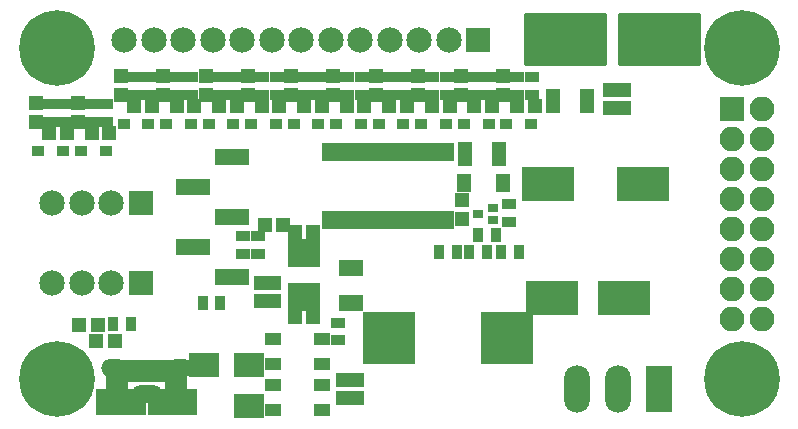
<source format=gts>
G04 #@! TF.FileFunction,Soldermask,Top*
%FSLAX46Y46*%
G04 Gerber Fmt 4.6, Leading zero omitted, Abs format (unit mm)*
G04 Created by KiCad (PCBNEW 4.0.7) date 02/25/18 23:04:30*
%MOMM*%
%LPD*%
G01*
G04 APERTURE LIST*
%ADD10C,0.100000*%
%ADD11R,2.150000X2.150000*%
%ADD12C,2.150000*%
%ADD13C,6.400000*%
%ADD14R,1.200000X1.150000*%
%ADD15R,1.150000X1.200000*%
%ADD16R,2.000000X1.400000*%
%ADD17R,4.400000X2.900000*%
%ADD18R,1.200000X1.200000*%
%ADD19R,1.300000X1.600000*%
%ADD20R,1.000000X0.850000*%
%ADD21R,0.850000X1.780000*%
%ADD22R,1.875000X2.500000*%
%ADD23R,2.775000X2.300000*%
%ADD24R,1.575000X2.300000*%
%ADD25R,1.300000X2.100000*%
%ADD26R,2.500000X2.100000*%
%ADD27R,0.910000X0.800000*%
%ADD28R,0.900000X1.300000*%
%ADD29R,1.300000X0.900000*%
%ADD30R,0.685000X1.500000*%
%ADD31R,2.800000X2.400000*%
%ADD32R,2.910000X1.400000*%
%ADD33R,2.200000X4.000000*%
%ADD34O,2.200000X4.000000*%
%ADD35R,0.850000X1.900000*%
%ADD36O,2.200000X1.500000*%
%ADD37O,2.600000X1.500000*%
%ADD38R,1.450000X1.050000*%
%ADD39R,4.400000X4.400000*%
%ADD40R,2.100000X2.100000*%
%ADD41O,2.100000X2.100000*%
%ADD42C,0.254000*%
G04 APERTURE END LIST*
D10*
D11*
X179200000Y-52800000D03*
D12*
X176700000Y-52800000D03*
X174200000Y-52800000D03*
X171700000Y-52800000D03*
X169200000Y-52800000D03*
X166700000Y-52800000D03*
X164200000Y-52800000D03*
X161700000Y-52800000D03*
X159200000Y-52800000D03*
X156700000Y-52800000D03*
X154200000Y-52800000D03*
X151700000Y-52800000D03*
X149200000Y-52800000D03*
D13*
X201500000Y-81500000D03*
X201500000Y-53500000D03*
X143500000Y-53500000D03*
D14*
X165150000Y-69100000D03*
X163650000Y-69100000D03*
X165150000Y-76300000D03*
X163650000Y-76300000D03*
X161150000Y-68500000D03*
X162650000Y-68500000D03*
D15*
X160800000Y-73400000D03*
X160800000Y-74900000D03*
X161900000Y-73400000D03*
X161900000Y-74900000D03*
D14*
X182450000Y-58400000D03*
X183950000Y-58400000D03*
X178850000Y-58400000D03*
X180350000Y-58400000D03*
X175250000Y-58400000D03*
X176750000Y-58400000D03*
X171650000Y-58400000D03*
X173150000Y-58400000D03*
X168050000Y-58400000D03*
X169550000Y-58400000D03*
X164450000Y-58400000D03*
X165950000Y-58400000D03*
X160850000Y-58400000D03*
X162350000Y-58400000D03*
X157250000Y-58400000D03*
X158750000Y-58400000D03*
X153650000Y-58400000D03*
X155150000Y-58400000D03*
X150050000Y-58400000D03*
X151550000Y-58400000D03*
X146450000Y-60700000D03*
X147950000Y-60700000D03*
X142850000Y-60700000D03*
X144350000Y-60700000D03*
D15*
X191500000Y-58550000D03*
X191500000Y-57050000D03*
X190300000Y-58550000D03*
X190300000Y-57050000D03*
D16*
X168400000Y-72100000D03*
X168400000Y-75100000D03*
D15*
X167700000Y-83150000D03*
X167700000Y-81650000D03*
D17*
X185400000Y-74700000D03*
X191500000Y-74700000D03*
X185100000Y-65000000D03*
X193100000Y-65000000D03*
D15*
X168900000Y-81650000D03*
X168900000Y-83150000D03*
D18*
X147000000Y-77000000D03*
X145400000Y-77000000D03*
X177800000Y-66400000D03*
X177800000Y-68000000D03*
D19*
X178000000Y-64900000D03*
X181300000Y-64900000D03*
D20*
X183650000Y-59900000D03*
X181550000Y-59900000D03*
D18*
X181300000Y-55900000D03*
X181300000Y-57500000D03*
D20*
X180050000Y-59900000D03*
X177950000Y-59900000D03*
D18*
X177700000Y-55900000D03*
X177700000Y-57500000D03*
D20*
X176450000Y-59900000D03*
X174350000Y-59900000D03*
D18*
X174100000Y-55900000D03*
X174100000Y-57500000D03*
D20*
X172850000Y-59900000D03*
X170750000Y-59900000D03*
D18*
X170500000Y-55900000D03*
X170500000Y-57500000D03*
D20*
X169250000Y-59900000D03*
X167150000Y-59900000D03*
D18*
X166900000Y-55900000D03*
X166900000Y-57500000D03*
D20*
X165650000Y-59900000D03*
X163550000Y-59900000D03*
D18*
X163300000Y-55900000D03*
X163300000Y-57500000D03*
D20*
X162050000Y-59900000D03*
X159950000Y-59900000D03*
D18*
X159700000Y-55900000D03*
X159700000Y-57500000D03*
D20*
X158450000Y-59900000D03*
X156350000Y-59900000D03*
D18*
X156100000Y-55900000D03*
X156100000Y-57500000D03*
D20*
X154850000Y-59900000D03*
X152750000Y-59900000D03*
D18*
X152500000Y-55900000D03*
X152500000Y-57500000D03*
D20*
X151250000Y-59900000D03*
X149150000Y-59900000D03*
D18*
X148900000Y-55900000D03*
X148900000Y-57500000D03*
D20*
X147650000Y-62200000D03*
X145550000Y-62200000D03*
D18*
X145300000Y-58200000D03*
X145300000Y-59800000D03*
D20*
X144000000Y-62200000D03*
X141900000Y-62200000D03*
D18*
X141700000Y-58200000D03*
X141700000Y-59800000D03*
D21*
X149800000Y-80840000D03*
X150450000Y-80840000D03*
X151100000Y-80840000D03*
X151750000Y-80840000D03*
X152400000Y-80840000D03*
D22*
X148637500Y-81200000D03*
X153562500Y-81200000D03*
D23*
X148190000Y-83500000D03*
X154010000Y-83500000D03*
D24*
X150260000Y-83500000D03*
X151940000Y-83500000D03*
D11*
X150600000Y-66600000D03*
D12*
X148100000Y-66600000D03*
X145600000Y-66600000D03*
X143100000Y-66600000D03*
D11*
X150600000Y-73400000D03*
D12*
X148100000Y-73400000D03*
X145600000Y-73400000D03*
X143100000Y-73400000D03*
D25*
X180950000Y-62500000D03*
X178050000Y-62500000D03*
X185500000Y-58000000D03*
X188400000Y-58000000D03*
D26*
X159800000Y-80350000D03*
X156000000Y-80350000D03*
X159800000Y-83850000D03*
D27*
X180450000Y-68050000D03*
X180450000Y-67050000D03*
X179150000Y-67550000D03*
D28*
X179150000Y-69300000D03*
X180650000Y-69300000D03*
D29*
X181800000Y-66750000D03*
X181800000Y-68250000D03*
X167300000Y-78250000D03*
X167300000Y-76750000D03*
X160550000Y-70950000D03*
X160550000Y-69450000D03*
X159300000Y-70950000D03*
X159300000Y-69450000D03*
D28*
X177350000Y-70750000D03*
X175850000Y-70750000D03*
D29*
X183700000Y-55950000D03*
X183700000Y-57450000D03*
X182500000Y-55950000D03*
X182500000Y-57450000D03*
X180100000Y-55950000D03*
X180100000Y-57450000D03*
X178900000Y-55950000D03*
X178900000Y-57450000D03*
X176500000Y-55950000D03*
X176500000Y-57450000D03*
X175300000Y-55950000D03*
X175300000Y-57450000D03*
X172900000Y-55950000D03*
X172900000Y-57450000D03*
X171700000Y-55950000D03*
X171700000Y-57450000D03*
X169300000Y-55950000D03*
X169300000Y-57450000D03*
X168100000Y-55950000D03*
X168100000Y-57450000D03*
X165700000Y-55950000D03*
X165700000Y-57450000D03*
X164500000Y-55950000D03*
X164500000Y-57450000D03*
X162100000Y-55950000D03*
X162100000Y-57450000D03*
X160900000Y-55950000D03*
X160900000Y-57450000D03*
X158500000Y-55950000D03*
X158500000Y-57450000D03*
X157300000Y-55950000D03*
X157300000Y-57450000D03*
X154900000Y-55950000D03*
X154900000Y-57450000D03*
X153700000Y-55950000D03*
X153700000Y-57450000D03*
X151300000Y-55950000D03*
X151300000Y-57450000D03*
X150100000Y-55950000D03*
X150100000Y-57450000D03*
X147700000Y-58250000D03*
X147700000Y-59750000D03*
X146500000Y-58250000D03*
X146500000Y-59750000D03*
X144100000Y-58250000D03*
X144100000Y-59750000D03*
X142900000Y-58250000D03*
X142900000Y-59750000D03*
D28*
X182600000Y-70750000D03*
X181100000Y-70750000D03*
X179900000Y-70750000D03*
X178400000Y-70750000D03*
D30*
X176750000Y-62350000D03*
X176250000Y-62350000D03*
X175750000Y-62350000D03*
X175250000Y-62350000D03*
X174750000Y-62350000D03*
X174250000Y-62350000D03*
X173750000Y-62350000D03*
X173250000Y-62350000D03*
X172750000Y-62350000D03*
X172250000Y-62350000D03*
X171750000Y-62350000D03*
X171250000Y-62350000D03*
X170750000Y-62350000D03*
X170250000Y-62350000D03*
X169750000Y-62350000D03*
X169250000Y-62350000D03*
X168750000Y-62350000D03*
X168250000Y-62350000D03*
X167750000Y-62350000D03*
X166250000Y-68050000D03*
X166750000Y-68050000D03*
X167250000Y-68050000D03*
X167750000Y-68050000D03*
X168250000Y-68050000D03*
X168750000Y-68050000D03*
X169250000Y-68050000D03*
X169750000Y-68050000D03*
X170250000Y-68050000D03*
X170750000Y-68050000D03*
X171250000Y-68050000D03*
X171750000Y-68050000D03*
X172250000Y-68050000D03*
X172750000Y-68050000D03*
X173250000Y-68050000D03*
X173750000Y-68050000D03*
X167250000Y-62350000D03*
X166750000Y-62350000D03*
X166250000Y-62350000D03*
X174250000Y-68050000D03*
X174750000Y-68050000D03*
X175250000Y-68050000D03*
X175750000Y-68050000D03*
X176250000Y-68050000D03*
X176750000Y-68050000D03*
D31*
X164400000Y-70850000D03*
X164400000Y-74550000D03*
D32*
X158300000Y-72860000D03*
X158300000Y-67780000D03*
X158300000Y-62700000D03*
X154990000Y-70320000D03*
X154990000Y-65240000D03*
D33*
X194500000Y-82400000D03*
D34*
X191000000Y-82400000D03*
X187500000Y-82400000D03*
D28*
X157350000Y-75100000D03*
X155850000Y-75100000D03*
D13*
X143500000Y-81500000D03*
D35*
X151100000Y-80875000D03*
X151750000Y-80875000D03*
X150450000Y-80875000D03*
X152400000Y-80875000D03*
X149800000Y-80875000D03*
D36*
X148300000Y-80625000D03*
X153900000Y-80625000D03*
D37*
X151100000Y-82775000D03*
D38*
X161825000Y-82000000D03*
X165975000Y-82000000D03*
X161825000Y-84150000D03*
X165975000Y-84150000D03*
X161825000Y-78125000D03*
X165975000Y-78125000D03*
X161825000Y-80275000D03*
X165975000Y-80275000D03*
D39*
X181600000Y-78100000D03*
X171600000Y-78100000D03*
D18*
X148400000Y-78300000D03*
X146800000Y-78300000D03*
D28*
X148250000Y-76900000D03*
X149750000Y-76900000D03*
D40*
X200660000Y-58640000D03*
D41*
X203200000Y-58640000D03*
X200660000Y-61180000D03*
X203200000Y-61180000D03*
X200660000Y-63720000D03*
X203200000Y-63720000D03*
X200660000Y-66260000D03*
X203200000Y-66260000D03*
X200660000Y-68800000D03*
X203200000Y-68800000D03*
X200660000Y-71340000D03*
X203200000Y-71340000D03*
X200660000Y-73880000D03*
X203200000Y-73880000D03*
X200660000Y-76420000D03*
X203200000Y-76420000D03*
D42*
G36*
X189873000Y-54873000D02*
X183127000Y-54873000D01*
X183127000Y-50627000D01*
X189873000Y-50627000D01*
X189873000Y-54873000D01*
X189873000Y-54873000D01*
G37*
X189873000Y-54873000D02*
X183127000Y-54873000D01*
X183127000Y-50627000D01*
X189873000Y-50627000D01*
X189873000Y-54873000D01*
G36*
X197873000Y-54873000D02*
X191127000Y-54873000D01*
X191127000Y-50627000D01*
X197873000Y-50627000D01*
X197873000Y-54873000D01*
X197873000Y-54873000D01*
G37*
X197873000Y-54873000D02*
X191127000Y-54873000D01*
X191127000Y-50627000D01*
X197873000Y-50627000D01*
X197873000Y-54873000D01*
M02*

</source>
